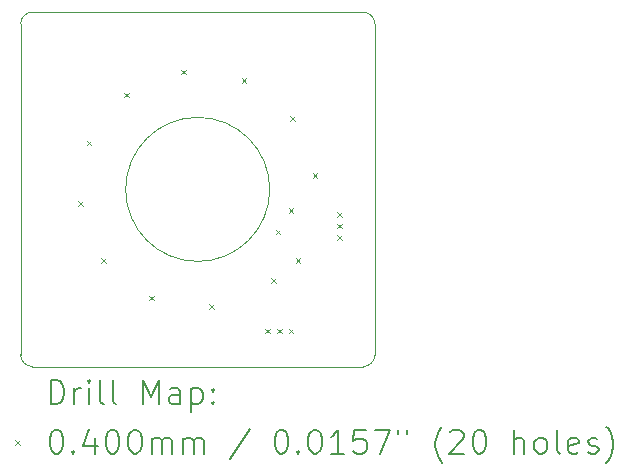
<source format=gbr>
%TF.GenerationSoftware,KiCad,Pcbnew,7.0.5.1-1-g8f565ef7f0-dirty-deb11*%
%TF.CreationDate,2023-06-02T14:34:49+00:00*%
%TF.ProjectId,pedalboard-led-ring,70656461-6c62-46f6-9172-642d6c65642d,1.0.0*%
%TF.SameCoordinates,Original*%
%TF.FileFunction,Drillmap*%
%TF.FilePolarity,Positive*%
%FSLAX45Y45*%
G04 Gerber Fmt 4.5, Leading zero omitted, Abs format (unit mm)*
G04 Created by KiCad (PCBNEW 7.0.5.1-1-g8f565ef7f0-dirty-deb11) date 2023-06-02 14:34:49*
%MOMM*%
%LPD*%
G01*
G04 APERTURE LIST*
%ADD10C,0.100000*%
%ADD11C,0.200000*%
%ADD12C,0.040000*%
G04 APERTURE END LIST*
D10*
X6500000Y-7400000D02*
G75*
G03*
X6600000Y-7500000I100000J0D01*
G01*
X8610000Y-6000000D02*
G75*
G03*
X8610000Y-6000000I-610000J0D01*
G01*
X9500000Y-4600000D02*
X9500000Y-7400000D01*
X6500000Y-7400000D02*
X6500000Y-4600000D01*
X9400000Y-7500000D02*
G75*
G03*
X9500000Y-7400000I0J100000D01*
G01*
X6600000Y-4500000D02*
X9400000Y-4500000D01*
X9400000Y-7500000D02*
X6600000Y-7500000D01*
X6600000Y-4500000D02*
G75*
G03*
X6500000Y-4600000I0J-100000D01*
G01*
X9500000Y-4600000D02*
G75*
G03*
X9400000Y-4500000I-100000J0D01*
G01*
D11*
D12*
X6987180Y-6099615D02*
X7027180Y-6139615D01*
X7027180Y-6099615D02*
X6987180Y-6139615D01*
X7060385Y-5587180D02*
X7100385Y-5627180D01*
X7100385Y-5587180D02*
X7060385Y-5627180D01*
X7180000Y-6580000D02*
X7220000Y-6620000D01*
X7220000Y-6580000D02*
X7180000Y-6620000D01*
X7380000Y-5180000D02*
X7420000Y-5220000D01*
X7420000Y-5180000D02*
X7380000Y-5220000D01*
X7587180Y-6899615D02*
X7627180Y-6939615D01*
X7627180Y-6899615D02*
X7587180Y-6939615D01*
X7860385Y-4987180D02*
X7900385Y-5027180D01*
X7900385Y-4987180D02*
X7860385Y-5027180D01*
X8099615Y-6972820D02*
X8139615Y-7012820D01*
X8139615Y-6972820D02*
X8099615Y-7012820D01*
X8372820Y-5060385D02*
X8412820Y-5100385D01*
X8412820Y-5060385D02*
X8372820Y-5100385D01*
X8570000Y-7180000D02*
X8610000Y-7220000D01*
X8610000Y-7180000D02*
X8570000Y-7220000D01*
X8620000Y-6750000D02*
X8660000Y-6790000D01*
X8660000Y-6750000D02*
X8620000Y-6790000D01*
X8660000Y-6340000D02*
X8700000Y-6380000D01*
X8700000Y-6340000D02*
X8660000Y-6380000D01*
X8670000Y-7180000D02*
X8710000Y-7220000D01*
X8710000Y-7180000D02*
X8670000Y-7220000D01*
X8770000Y-7180000D02*
X8810000Y-7220000D01*
X8810000Y-7180000D02*
X8770000Y-7220000D01*
X8771000Y-6162000D02*
X8811000Y-6202000D01*
X8811000Y-6162000D02*
X8771000Y-6202000D01*
X8780000Y-5380000D02*
X8820000Y-5420000D01*
X8820000Y-5380000D02*
X8780000Y-5420000D01*
X8830000Y-6580000D02*
X8870000Y-6620000D01*
X8870000Y-6580000D02*
X8830000Y-6620000D01*
X8972820Y-5860385D02*
X9012820Y-5900385D01*
X9012820Y-5860385D02*
X8972820Y-5900385D01*
X9180000Y-6190000D02*
X9220000Y-6230000D01*
X9220000Y-6190000D02*
X9180000Y-6230000D01*
X9180000Y-6290000D02*
X9220000Y-6330000D01*
X9220000Y-6290000D02*
X9180000Y-6330000D01*
X9180000Y-6390000D02*
X9220000Y-6430000D01*
X9220000Y-6390000D02*
X9180000Y-6430000D01*
D11*
X6755777Y-7816484D02*
X6755777Y-7616484D01*
X6755777Y-7616484D02*
X6803396Y-7616484D01*
X6803396Y-7616484D02*
X6831967Y-7626008D01*
X6831967Y-7626008D02*
X6851015Y-7645055D01*
X6851015Y-7645055D02*
X6860539Y-7664103D01*
X6860539Y-7664103D02*
X6870062Y-7702198D01*
X6870062Y-7702198D02*
X6870062Y-7730769D01*
X6870062Y-7730769D02*
X6860539Y-7768865D01*
X6860539Y-7768865D02*
X6851015Y-7787912D01*
X6851015Y-7787912D02*
X6831967Y-7806960D01*
X6831967Y-7806960D02*
X6803396Y-7816484D01*
X6803396Y-7816484D02*
X6755777Y-7816484D01*
X6955777Y-7816484D02*
X6955777Y-7683150D01*
X6955777Y-7721246D02*
X6965301Y-7702198D01*
X6965301Y-7702198D02*
X6974824Y-7692674D01*
X6974824Y-7692674D02*
X6993872Y-7683150D01*
X6993872Y-7683150D02*
X7012920Y-7683150D01*
X7079586Y-7816484D02*
X7079586Y-7683150D01*
X7079586Y-7616484D02*
X7070062Y-7626008D01*
X7070062Y-7626008D02*
X7079586Y-7635531D01*
X7079586Y-7635531D02*
X7089110Y-7626008D01*
X7089110Y-7626008D02*
X7079586Y-7616484D01*
X7079586Y-7616484D02*
X7079586Y-7635531D01*
X7203396Y-7816484D02*
X7184348Y-7806960D01*
X7184348Y-7806960D02*
X7174824Y-7787912D01*
X7174824Y-7787912D02*
X7174824Y-7616484D01*
X7308158Y-7816484D02*
X7289110Y-7806960D01*
X7289110Y-7806960D02*
X7279586Y-7787912D01*
X7279586Y-7787912D02*
X7279586Y-7616484D01*
X7536729Y-7816484D02*
X7536729Y-7616484D01*
X7536729Y-7616484D02*
X7603396Y-7759341D01*
X7603396Y-7759341D02*
X7670062Y-7616484D01*
X7670062Y-7616484D02*
X7670062Y-7816484D01*
X7851015Y-7816484D02*
X7851015Y-7711722D01*
X7851015Y-7711722D02*
X7841491Y-7692674D01*
X7841491Y-7692674D02*
X7822443Y-7683150D01*
X7822443Y-7683150D02*
X7784348Y-7683150D01*
X7784348Y-7683150D02*
X7765301Y-7692674D01*
X7851015Y-7806960D02*
X7831967Y-7816484D01*
X7831967Y-7816484D02*
X7784348Y-7816484D01*
X7784348Y-7816484D02*
X7765301Y-7806960D01*
X7765301Y-7806960D02*
X7755777Y-7787912D01*
X7755777Y-7787912D02*
X7755777Y-7768865D01*
X7755777Y-7768865D02*
X7765301Y-7749817D01*
X7765301Y-7749817D02*
X7784348Y-7740293D01*
X7784348Y-7740293D02*
X7831967Y-7740293D01*
X7831967Y-7740293D02*
X7851015Y-7730769D01*
X7946253Y-7683150D02*
X7946253Y-7883150D01*
X7946253Y-7692674D02*
X7965301Y-7683150D01*
X7965301Y-7683150D02*
X8003396Y-7683150D01*
X8003396Y-7683150D02*
X8022443Y-7692674D01*
X8022443Y-7692674D02*
X8031967Y-7702198D01*
X8031967Y-7702198D02*
X8041491Y-7721246D01*
X8041491Y-7721246D02*
X8041491Y-7778388D01*
X8041491Y-7778388D02*
X8031967Y-7797436D01*
X8031967Y-7797436D02*
X8022443Y-7806960D01*
X8022443Y-7806960D02*
X8003396Y-7816484D01*
X8003396Y-7816484D02*
X7965301Y-7816484D01*
X7965301Y-7816484D02*
X7946253Y-7806960D01*
X8127205Y-7797436D02*
X8136729Y-7806960D01*
X8136729Y-7806960D02*
X8127205Y-7816484D01*
X8127205Y-7816484D02*
X8117682Y-7806960D01*
X8117682Y-7806960D02*
X8127205Y-7797436D01*
X8127205Y-7797436D02*
X8127205Y-7816484D01*
X8127205Y-7692674D02*
X8136729Y-7702198D01*
X8136729Y-7702198D02*
X8127205Y-7711722D01*
X8127205Y-7711722D02*
X8117682Y-7702198D01*
X8117682Y-7702198D02*
X8127205Y-7692674D01*
X8127205Y-7692674D02*
X8127205Y-7711722D01*
D12*
X6455000Y-8125000D02*
X6495000Y-8165000D01*
X6495000Y-8125000D02*
X6455000Y-8165000D01*
D11*
X6793872Y-8036484D02*
X6812920Y-8036484D01*
X6812920Y-8036484D02*
X6831967Y-8046008D01*
X6831967Y-8046008D02*
X6841491Y-8055531D01*
X6841491Y-8055531D02*
X6851015Y-8074579D01*
X6851015Y-8074579D02*
X6860539Y-8112674D01*
X6860539Y-8112674D02*
X6860539Y-8160293D01*
X6860539Y-8160293D02*
X6851015Y-8198388D01*
X6851015Y-8198388D02*
X6841491Y-8217436D01*
X6841491Y-8217436D02*
X6831967Y-8226960D01*
X6831967Y-8226960D02*
X6812920Y-8236484D01*
X6812920Y-8236484D02*
X6793872Y-8236484D01*
X6793872Y-8236484D02*
X6774824Y-8226960D01*
X6774824Y-8226960D02*
X6765301Y-8217436D01*
X6765301Y-8217436D02*
X6755777Y-8198388D01*
X6755777Y-8198388D02*
X6746253Y-8160293D01*
X6746253Y-8160293D02*
X6746253Y-8112674D01*
X6746253Y-8112674D02*
X6755777Y-8074579D01*
X6755777Y-8074579D02*
X6765301Y-8055531D01*
X6765301Y-8055531D02*
X6774824Y-8046008D01*
X6774824Y-8046008D02*
X6793872Y-8036484D01*
X6946253Y-8217436D02*
X6955777Y-8226960D01*
X6955777Y-8226960D02*
X6946253Y-8236484D01*
X6946253Y-8236484D02*
X6936729Y-8226960D01*
X6936729Y-8226960D02*
X6946253Y-8217436D01*
X6946253Y-8217436D02*
X6946253Y-8236484D01*
X7127205Y-8103150D02*
X7127205Y-8236484D01*
X7079586Y-8026960D02*
X7031967Y-8169817D01*
X7031967Y-8169817D02*
X7155777Y-8169817D01*
X7270062Y-8036484D02*
X7289110Y-8036484D01*
X7289110Y-8036484D02*
X7308158Y-8046008D01*
X7308158Y-8046008D02*
X7317682Y-8055531D01*
X7317682Y-8055531D02*
X7327205Y-8074579D01*
X7327205Y-8074579D02*
X7336729Y-8112674D01*
X7336729Y-8112674D02*
X7336729Y-8160293D01*
X7336729Y-8160293D02*
X7327205Y-8198388D01*
X7327205Y-8198388D02*
X7317682Y-8217436D01*
X7317682Y-8217436D02*
X7308158Y-8226960D01*
X7308158Y-8226960D02*
X7289110Y-8236484D01*
X7289110Y-8236484D02*
X7270062Y-8236484D01*
X7270062Y-8236484D02*
X7251015Y-8226960D01*
X7251015Y-8226960D02*
X7241491Y-8217436D01*
X7241491Y-8217436D02*
X7231967Y-8198388D01*
X7231967Y-8198388D02*
X7222443Y-8160293D01*
X7222443Y-8160293D02*
X7222443Y-8112674D01*
X7222443Y-8112674D02*
X7231967Y-8074579D01*
X7231967Y-8074579D02*
X7241491Y-8055531D01*
X7241491Y-8055531D02*
X7251015Y-8046008D01*
X7251015Y-8046008D02*
X7270062Y-8036484D01*
X7460539Y-8036484D02*
X7479586Y-8036484D01*
X7479586Y-8036484D02*
X7498634Y-8046008D01*
X7498634Y-8046008D02*
X7508158Y-8055531D01*
X7508158Y-8055531D02*
X7517682Y-8074579D01*
X7517682Y-8074579D02*
X7527205Y-8112674D01*
X7527205Y-8112674D02*
X7527205Y-8160293D01*
X7527205Y-8160293D02*
X7517682Y-8198388D01*
X7517682Y-8198388D02*
X7508158Y-8217436D01*
X7508158Y-8217436D02*
X7498634Y-8226960D01*
X7498634Y-8226960D02*
X7479586Y-8236484D01*
X7479586Y-8236484D02*
X7460539Y-8236484D01*
X7460539Y-8236484D02*
X7441491Y-8226960D01*
X7441491Y-8226960D02*
X7431967Y-8217436D01*
X7431967Y-8217436D02*
X7422443Y-8198388D01*
X7422443Y-8198388D02*
X7412920Y-8160293D01*
X7412920Y-8160293D02*
X7412920Y-8112674D01*
X7412920Y-8112674D02*
X7422443Y-8074579D01*
X7422443Y-8074579D02*
X7431967Y-8055531D01*
X7431967Y-8055531D02*
X7441491Y-8046008D01*
X7441491Y-8046008D02*
X7460539Y-8036484D01*
X7612920Y-8236484D02*
X7612920Y-8103150D01*
X7612920Y-8122198D02*
X7622443Y-8112674D01*
X7622443Y-8112674D02*
X7641491Y-8103150D01*
X7641491Y-8103150D02*
X7670063Y-8103150D01*
X7670063Y-8103150D02*
X7689110Y-8112674D01*
X7689110Y-8112674D02*
X7698634Y-8131722D01*
X7698634Y-8131722D02*
X7698634Y-8236484D01*
X7698634Y-8131722D02*
X7708158Y-8112674D01*
X7708158Y-8112674D02*
X7727205Y-8103150D01*
X7727205Y-8103150D02*
X7755777Y-8103150D01*
X7755777Y-8103150D02*
X7774824Y-8112674D01*
X7774824Y-8112674D02*
X7784348Y-8131722D01*
X7784348Y-8131722D02*
X7784348Y-8236484D01*
X7879586Y-8236484D02*
X7879586Y-8103150D01*
X7879586Y-8122198D02*
X7889110Y-8112674D01*
X7889110Y-8112674D02*
X7908158Y-8103150D01*
X7908158Y-8103150D02*
X7936729Y-8103150D01*
X7936729Y-8103150D02*
X7955777Y-8112674D01*
X7955777Y-8112674D02*
X7965301Y-8131722D01*
X7965301Y-8131722D02*
X7965301Y-8236484D01*
X7965301Y-8131722D02*
X7974824Y-8112674D01*
X7974824Y-8112674D02*
X7993872Y-8103150D01*
X7993872Y-8103150D02*
X8022443Y-8103150D01*
X8022443Y-8103150D02*
X8041491Y-8112674D01*
X8041491Y-8112674D02*
X8051015Y-8131722D01*
X8051015Y-8131722D02*
X8051015Y-8236484D01*
X8441491Y-8026960D02*
X8270063Y-8284103D01*
X8698634Y-8036484D02*
X8717682Y-8036484D01*
X8717682Y-8036484D02*
X8736729Y-8046008D01*
X8736729Y-8046008D02*
X8746253Y-8055531D01*
X8746253Y-8055531D02*
X8755777Y-8074579D01*
X8755777Y-8074579D02*
X8765301Y-8112674D01*
X8765301Y-8112674D02*
X8765301Y-8160293D01*
X8765301Y-8160293D02*
X8755777Y-8198388D01*
X8755777Y-8198388D02*
X8746253Y-8217436D01*
X8746253Y-8217436D02*
X8736729Y-8226960D01*
X8736729Y-8226960D02*
X8717682Y-8236484D01*
X8717682Y-8236484D02*
X8698634Y-8236484D01*
X8698634Y-8236484D02*
X8679587Y-8226960D01*
X8679587Y-8226960D02*
X8670063Y-8217436D01*
X8670063Y-8217436D02*
X8660539Y-8198388D01*
X8660539Y-8198388D02*
X8651015Y-8160293D01*
X8651015Y-8160293D02*
X8651015Y-8112674D01*
X8651015Y-8112674D02*
X8660539Y-8074579D01*
X8660539Y-8074579D02*
X8670063Y-8055531D01*
X8670063Y-8055531D02*
X8679587Y-8046008D01*
X8679587Y-8046008D02*
X8698634Y-8036484D01*
X8851015Y-8217436D02*
X8860539Y-8226960D01*
X8860539Y-8226960D02*
X8851015Y-8236484D01*
X8851015Y-8236484D02*
X8841491Y-8226960D01*
X8841491Y-8226960D02*
X8851015Y-8217436D01*
X8851015Y-8217436D02*
X8851015Y-8236484D01*
X8984348Y-8036484D02*
X9003396Y-8036484D01*
X9003396Y-8036484D02*
X9022444Y-8046008D01*
X9022444Y-8046008D02*
X9031968Y-8055531D01*
X9031968Y-8055531D02*
X9041491Y-8074579D01*
X9041491Y-8074579D02*
X9051015Y-8112674D01*
X9051015Y-8112674D02*
X9051015Y-8160293D01*
X9051015Y-8160293D02*
X9041491Y-8198388D01*
X9041491Y-8198388D02*
X9031968Y-8217436D01*
X9031968Y-8217436D02*
X9022444Y-8226960D01*
X9022444Y-8226960D02*
X9003396Y-8236484D01*
X9003396Y-8236484D02*
X8984348Y-8236484D01*
X8984348Y-8236484D02*
X8965301Y-8226960D01*
X8965301Y-8226960D02*
X8955777Y-8217436D01*
X8955777Y-8217436D02*
X8946253Y-8198388D01*
X8946253Y-8198388D02*
X8936729Y-8160293D01*
X8936729Y-8160293D02*
X8936729Y-8112674D01*
X8936729Y-8112674D02*
X8946253Y-8074579D01*
X8946253Y-8074579D02*
X8955777Y-8055531D01*
X8955777Y-8055531D02*
X8965301Y-8046008D01*
X8965301Y-8046008D02*
X8984348Y-8036484D01*
X9241491Y-8236484D02*
X9127206Y-8236484D01*
X9184348Y-8236484D02*
X9184348Y-8036484D01*
X9184348Y-8036484D02*
X9165301Y-8065055D01*
X9165301Y-8065055D02*
X9146253Y-8084103D01*
X9146253Y-8084103D02*
X9127206Y-8093627D01*
X9422444Y-8036484D02*
X9327206Y-8036484D01*
X9327206Y-8036484D02*
X9317682Y-8131722D01*
X9317682Y-8131722D02*
X9327206Y-8122198D01*
X9327206Y-8122198D02*
X9346253Y-8112674D01*
X9346253Y-8112674D02*
X9393872Y-8112674D01*
X9393872Y-8112674D02*
X9412920Y-8122198D01*
X9412920Y-8122198D02*
X9422444Y-8131722D01*
X9422444Y-8131722D02*
X9431968Y-8150769D01*
X9431968Y-8150769D02*
X9431968Y-8198388D01*
X9431968Y-8198388D02*
X9422444Y-8217436D01*
X9422444Y-8217436D02*
X9412920Y-8226960D01*
X9412920Y-8226960D02*
X9393872Y-8236484D01*
X9393872Y-8236484D02*
X9346253Y-8236484D01*
X9346253Y-8236484D02*
X9327206Y-8226960D01*
X9327206Y-8226960D02*
X9317682Y-8217436D01*
X9498634Y-8036484D02*
X9631968Y-8036484D01*
X9631968Y-8036484D02*
X9546253Y-8236484D01*
X9698634Y-8036484D02*
X9698634Y-8074579D01*
X9774825Y-8036484D02*
X9774825Y-8074579D01*
X10070063Y-8312674D02*
X10060539Y-8303150D01*
X10060539Y-8303150D02*
X10041491Y-8274579D01*
X10041491Y-8274579D02*
X10031968Y-8255531D01*
X10031968Y-8255531D02*
X10022444Y-8226960D01*
X10022444Y-8226960D02*
X10012920Y-8179341D01*
X10012920Y-8179341D02*
X10012920Y-8141246D01*
X10012920Y-8141246D02*
X10022444Y-8093627D01*
X10022444Y-8093627D02*
X10031968Y-8065055D01*
X10031968Y-8065055D02*
X10041491Y-8046008D01*
X10041491Y-8046008D02*
X10060539Y-8017436D01*
X10060539Y-8017436D02*
X10070063Y-8007912D01*
X10136730Y-8055531D02*
X10146253Y-8046008D01*
X10146253Y-8046008D02*
X10165301Y-8036484D01*
X10165301Y-8036484D02*
X10212920Y-8036484D01*
X10212920Y-8036484D02*
X10231968Y-8046008D01*
X10231968Y-8046008D02*
X10241491Y-8055531D01*
X10241491Y-8055531D02*
X10251015Y-8074579D01*
X10251015Y-8074579D02*
X10251015Y-8093627D01*
X10251015Y-8093627D02*
X10241491Y-8122198D01*
X10241491Y-8122198D02*
X10127206Y-8236484D01*
X10127206Y-8236484D02*
X10251015Y-8236484D01*
X10374825Y-8036484D02*
X10393872Y-8036484D01*
X10393872Y-8036484D02*
X10412920Y-8046008D01*
X10412920Y-8046008D02*
X10422444Y-8055531D01*
X10422444Y-8055531D02*
X10431968Y-8074579D01*
X10431968Y-8074579D02*
X10441491Y-8112674D01*
X10441491Y-8112674D02*
X10441491Y-8160293D01*
X10441491Y-8160293D02*
X10431968Y-8198388D01*
X10431968Y-8198388D02*
X10422444Y-8217436D01*
X10422444Y-8217436D02*
X10412920Y-8226960D01*
X10412920Y-8226960D02*
X10393872Y-8236484D01*
X10393872Y-8236484D02*
X10374825Y-8236484D01*
X10374825Y-8236484D02*
X10355777Y-8226960D01*
X10355777Y-8226960D02*
X10346253Y-8217436D01*
X10346253Y-8217436D02*
X10336730Y-8198388D01*
X10336730Y-8198388D02*
X10327206Y-8160293D01*
X10327206Y-8160293D02*
X10327206Y-8112674D01*
X10327206Y-8112674D02*
X10336730Y-8074579D01*
X10336730Y-8074579D02*
X10346253Y-8055531D01*
X10346253Y-8055531D02*
X10355777Y-8046008D01*
X10355777Y-8046008D02*
X10374825Y-8036484D01*
X10679587Y-8236484D02*
X10679587Y-8036484D01*
X10765301Y-8236484D02*
X10765301Y-8131722D01*
X10765301Y-8131722D02*
X10755777Y-8112674D01*
X10755777Y-8112674D02*
X10736730Y-8103150D01*
X10736730Y-8103150D02*
X10708158Y-8103150D01*
X10708158Y-8103150D02*
X10689111Y-8112674D01*
X10689111Y-8112674D02*
X10679587Y-8122198D01*
X10889111Y-8236484D02*
X10870063Y-8226960D01*
X10870063Y-8226960D02*
X10860539Y-8217436D01*
X10860539Y-8217436D02*
X10851015Y-8198388D01*
X10851015Y-8198388D02*
X10851015Y-8141246D01*
X10851015Y-8141246D02*
X10860539Y-8122198D01*
X10860539Y-8122198D02*
X10870063Y-8112674D01*
X10870063Y-8112674D02*
X10889111Y-8103150D01*
X10889111Y-8103150D02*
X10917682Y-8103150D01*
X10917682Y-8103150D02*
X10936730Y-8112674D01*
X10936730Y-8112674D02*
X10946253Y-8122198D01*
X10946253Y-8122198D02*
X10955777Y-8141246D01*
X10955777Y-8141246D02*
X10955777Y-8198388D01*
X10955777Y-8198388D02*
X10946253Y-8217436D01*
X10946253Y-8217436D02*
X10936730Y-8226960D01*
X10936730Y-8226960D02*
X10917682Y-8236484D01*
X10917682Y-8236484D02*
X10889111Y-8236484D01*
X11070063Y-8236484D02*
X11051015Y-8226960D01*
X11051015Y-8226960D02*
X11041492Y-8207912D01*
X11041492Y-8207912D02*
X11041492Y-8036484D01*
X11222444Y-8226960D02*
X11203396Y-8236484D01*
X11203396Y-8236484D02*
X11165301Y-8236484D01*
X11165301Y-8236484D02*
X11146253Y-8226960D01*
X11146253Y-8226960D02*
X11136730Y-8207912D01*
X11136730Y-8207912D02*
X11136730Y-8131722D01*
X11136730Y-8131722D02*
X11146253Y-8112674D01*
X11146253Y-8112674D02*
X11165301Y-8103150D01*
X11165301Y-8103150D02*
X11203396Y-8103150D01*
X11203396Y-8103150D02*
X11222444Y-8112674D01*
X11222444Y-8112674D02*
X11231968Y-8131722D01*
X11231968Y-8131722D02*
X11231968Y-8150769D01*
X11231968Y-8150769D02*
X11136730Y-8169817D01*
X11308158Y-8226960D02*
X11327206Y-8236484D01*
X11327206Y-8236484D02*
X11365301Y-8236484D01*
X11365301Y-8236484D02*
X11384349Y-8226960D01*
X11384349Y-8226960D02*
X11393872Y-8207912D01*
X11393872Y-8207912D02*
X11393872Y-8198388D01*
X11393872Y-8198388D02*
X11384349Y-8179341D01*
X11384349Y-8179341D02*
X11365301Y-8169817D01*
X11365301Y-8169817D02*
X11336730Y-8169817D01*
X11336730Y-8169817D02*
X11317682Y-8160293D01*
X11317682Y-8160293D02*
X11308158Y-8141246D01*
X11308158Y-8141246D02*
X11308158Y-8131722D01*
X11308158Y-8131722D02*
X11317682Y-8112674D01*
X11317682Y-8112674D02*
X11336730Y-8103150D01*
X11336730Y-8103150D02*
X11365301Y-8103150D01*
X11365301Y-8103150D02*
X11384349Y-8112674D01*
X11460539Y-8312674D02*
X11470063Y-8303150D01*
X11470063Y-8303150D02*
X11489111Y-8274579D01*
X11489111Y-8274579D02*
X11498634Y-8255531D01*
X11498634Y-8255531D02*
X11508158Y-8226960D01*
X11508158Y-8226960D02*
X11517682Y-8179341D01*
X11517682Y-8179341D02*
X11517682Y-8141246D01*
X11517682Y-8141246D02*
X11508158Y-8093627D01*
X11508158Y-8093627D02*
X11498634Y-8065055D01*
X11498634Y-8065055D02*
X11489111Y-8046008D01*
X11489111Y-8046008D02*
X11470063Y-8017436D01*
X11470063Y-8017436D02*
X11460539Y-8007912D01*
M02*

</source>
